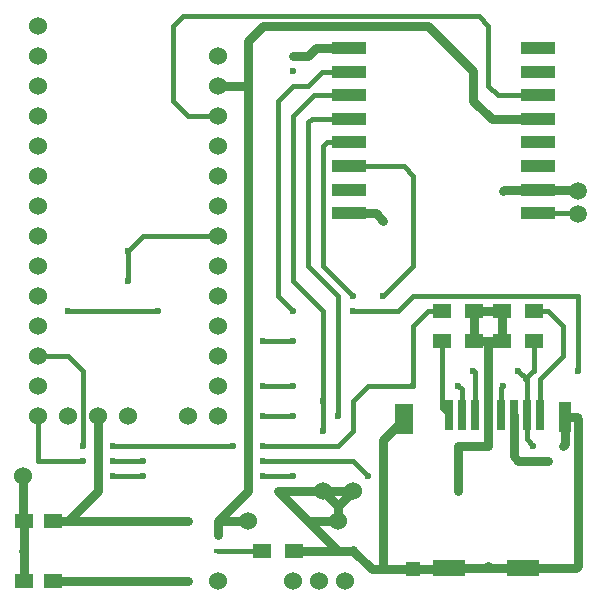
<source format=gtl>
G04 #@! TF.FileFunction,Copper,L1,Top,Signal*
%FSLAX46Y46*%
G04 Gerber Fmt 4.6, Leading zero omitted, Abs format (unit mm)*
G04 Created by KiCad (PCBNEW 4.0.2-stable) date Saturday, 16 July 2016 'pmt' 14:41:27*
%MOMM*%
G01*
G04 APERTURE LIST*
%ADD10C,0.100000*%
%ADD11C,1.500000*%
%ADD12R,0.800000X0.280000*%
%ADD13R,1.500000X1.250000*%
%ADD14R,0.700000X2.600000*%
%ADD15R,1.500000X2.600000*%
%ADD16R,1.000000X2.600000*%
%ADD17R,2.700000X1.400000*%
%ADD18R,1.200000X1.200000*%
%ADD19R,3.000000X1.100000*%
%ADD20R,1.500000X1.300000*%
%ADD21C,1.524000*%
%ADD22R,0.800000X0.400000*%
%ADD23C,0.600000*%
%ADD24C,0.800000*%
%ADD25C,0.400000*%
G04 APERTURE END LIST*
D10*
D11*
X95250000Y-38100000D03*
X95250000Y-40100000D03*
D12*
X94250000Y-38100000D03*
D13*
X50780000Y-71120000D03*
X48280000Y-71120000D03*
X50780000Y-66040000D03*
X48280000Y-66040000D03*
D14*
X84280000Y-57080000D03*
X85380000Y-57080000D03*
X86480000Y-57080000D03*
X87580000Y-57080000D03*
X88680000Y-57080000D03*
X89780000Y-57080000D03*
X90880000Y-57080000D03*
X91980000Y-57080000D03*
D15*
X80530000Y-57430000D03*
D16*
X94080000Y-57280000D03*
D17*
X84280000Y-70080000D03*
D18*
X81280000Y-70180000D03*
D17*
X90580000Y-70080000D03*
D19*
X75820000Y-26020000D03*
X75820000Y-28020000D03*
X75820000Y-30020000D03*
X75820000Y-32020000D03*
X75820000Y-34020000D03*
X75820000Y-36020000D03*
X75820000Y-38020000D03*
X75820000Y-40020000D03*
X91820000Y-40020000D03*
X91820000Y-38020000D03*
X91820000Y-36020000D03*
X91820000Y-34020000D03*
X91820000Y-32020000D03*
X91820000Y-30020000D03*
X91820000Y-28020000D03*
X91820000Y-26020000D03*
D20*
X68500000Y-68580000D03*
X71200000Y-68580000D03*
X86440000Y-50800000D03*
X83740000Y-50800000D03*
X86440000Y-48260000D03*
X83740000Y-48260000D03*
X88820000Y-50800000D03*
X91520000Y-50800000D03*
X88820000Y-48260000D03*
X91520000Y-48260000D03*
D21*
X49530000Y-24130000D03*
X49530000Y-26670000D03*
X49530000Y-29210000D03*
X49530000Y-31750000D03*
X49530000Y-34290000D03*
X49530000Y-36830000D03*
X49530000Y-39370000D03*
X49530000Y-41910000D03*
X49530000Y-44450000D03*
X49530000Y-46990000D03*
X49530000Y-49530000D03*
X49530000Y-52070000D03*
X49530000Y-54610000D03*
X49530000Y-57150000D03*
X64770000Y-57150000D03*
X64770000Y-54610000D03*
X64770000Y-52070000D03*
X64770000Y-49530000D03*
X64770000Y-46990000D03*
X64770000Y-44450000D03*
X64770000Y-41910000D03*
X64770000Y-39370000D03*
X64770000Y-36830000D03*
X64770000Y-34290000D03*
X64770000Y-31750000D03*
X64770000Y-29210000D03*
X54610000Y-57150000D03*
X62230000Y-57150000D03*
X64770000Y-26670000D03*
X57150000Y-57150000D03*
X52070000Y-57150000D03*
D22*
X64770000Y-67280000D03*
X64770000Y-68580000D03*
D21*
X48260000Y-62230000D03*
X74930000Y-66040000D03*
X73660000Y-63500000D03*
X76200000Y-63500000D03*
X75530000Y-71120000D03*
X73290000Y-71120000D03*
X67310000Y-66040000D03*
X71050000Y-71120000D03*
X64770000Y-71120000D03*
D23*
X71120000Y-27940000D03*
X93980000Y-59690000D03*
X95250000Y-60960000D03*
X92710000Y-60960000D03*
X87630000Y-69850000D03*
X88900000Y-38100000D03*
X78740000Y-40640000D03*
X48260000Y-68580000D03*
X69850000Y-63500000D03*
X72390000Y-26670000D03*
X71120000Y-26670000D03*
X62230000Y-71120000D03*
X85090000Y-63500000D03*
X67310000Y-45720000D03*
X67310000Y-33020000D03*
X85090000Y-59690000D03*
X62230000Y-66040000D03*
X64770000Y-66040000D03*
X87630000Y-52070000D03*
X53340000Y-59690000D03*
X55880000Y-59690000D03*
X66040000Y-59690000D03*
X68580000Y-59690000D03*
X81280000Y-54610000D03*
X85090000Y-54610000D03*
X73660000Y-55880000D03*
X73660000Y-58420000D03*
X71120000Y-62230000D03*
X68580000Y-62230000D03*
X58420000Y-62230000D03*
X55880000Y-62230000D03*
X86360000Y-53340000D03*
X74930000Y-57150000D03*
X88900000Y-54610000D03*
X71120000Y-57150000D03*
X68580000Y-57150000D03*
X95250000Y-53340000D03*
X90170000Y-53340000D03*
X71120000Y-48260000D03*
X76200000Y-48260000D03*
X77470000Y-62230000D03*
X91440000Y-59690000D03*
X68580000Y-60960000D03*
X58420000Y-60960000D03*
X55880000Y-60960000D03*
X53340000Y-60960000D03*
X52070000Y-48260000D03*
X59690000Y-48260000D03*
X68580000Y-50800000D03*
X71120000Y-50800000D03*
X76200000Y-46990000D03*
X68580000Y-54610000D03*
X71120000Y-54610000D03*
X78740000Y-46990000D03*
X57150000Y-43180000D03*
X57150000Y-45720000D03*
D24*
X94080000Y-57280000D02*
X94080000Y-59590000D01*
X94080000Y-59590000D02*
X93980000Y-59690000D01*
X90170000Y-60960000D02*
X92710000Y-60960000D01*
X89780000Y-60570000D02*
X90170000Y-60960000D01*
X89780000Y-57080000D02*
X89780000Y-60570000D01*
X74930000Y-66040000D02*
X74930000Y-64770000D01*
X74930000Y-64770000D02*
X73660000Y-63500000D01*
X74930000Y-64770000D02*
X76200000Y-63500000D01*
X73660000Y-63500000D02*
X76200000Y-63500000D01*
X73660000Y-63500000D02*
X69850000Y-63500000D01*
X69850000Y-63500000D02*
X72390000Y-66040000D01*
X72390000Y-66040000D02*
X74930000Y-66040000D01*
X48260000Y-62230000D02*
X48260000Y-66020000D01*
X48260000Y-66020000D02*
X48280000Y-66040000D01*
X71120000Y-68660000D02*
X71200000Y-68580000D01*
X87630000Y-69850000D02*
X87630000Y-70080000D01*
X87630000Y-70080000D02*
X87630000Y-69850000D01*
X87630000Y-69850000D02*
X87630000Y-70080000D01*
X91820000Y-38020000D02*
X95170000Y-38020000D01*
X95170000Y-38020000D02*
X95250000Y-38100000D01*
X91820000Y-38020000D02*
X88980000Y-38020000D01*
X88980000Y-38020000D02*
X88900000Y-38100000D01*
X75820000Y-40020000D02*
X78120000Y-40020000D01*
X78120000Y-40020000D02*
X78740000Y-40640000D01*
X75820000Y-26020000D02*
X73040000Y-26020000D01*
X73040000Y-26020000D02*
X72390000Y-26670000D01*
X71200000Y-68580000D02*
X74930000Y-68580000D01*
X48260000Y-68580000D02*
X48280000Y-68580000D01*
X48280000Y-68580000D02*
X48260000Y-68580000D01*
X48260000Y-68580000D02*
X48280000Y-68580000D01*
X48280000Y-66040000D02*
X48280000Y-68580000D01*
X48280000Y-68580000D02*
X48280000Y-71120000D01*
X76200000Y-68580000D02*
X74930000Y-68580000D01*
X74930000Y-68580000D02*
X69850000Y-63500000D01*
X94080000Y-57280000D02*
X95120000Y-57280000D01*
X95250000Y-57410000D02*
X95250000Y-60960000D01*
X95120000Y-57280000D02*
X95250000Y-57410000D01*
X95020000Y-70080000D02*
X90580000Y-70080000D01*
X95250000Y-69850000D02*
X95020000Y-70080000D01*
X95250000Y-60960000D02*
X95250000Y-69850000D01*
X78740000Y-70180000D02*
X78740000Y-59220000D01*
X78740000Y-59220000D02*
X80530000Y-57430000D01*
X77800000Y-70180000D02*
X78740000Y-70180000D01*
X78740000Y-70180000D02*
X84180000Y-70180000D01*
X76180000Y-68560000D02*
X76200000Y-68580000D01*
X76200000Y-68580000D02*
X77800000Y-70180000D01*
X84180000Y-70180000D02*
X84280000Y-70080000D01*
X84280000Y-70080000D02*
X87630000Y-70080000D01*
X87630000Y-70080000D02*
X90580000Y-70080000D01*
X91740000Y-38100000D02*
X91820000Y-38020000D01*
X71120000Y-26670000D02*
X72390000Y-26670000D01*
X50780000Y-71120000D02*
X62230000Y-71120000D01*
X85090000Y-63500000D02*
X85090000Y-59690000D01*
X67310000Y-66040000D02*
X64770000Y-66040000D01*
X67310000Y-29210000D02*
X67310000Y-33020000D01*
X87580000Y-59640000D02*
X87580000Y-57080000D01*
X87630000Y-59690000D02*
X87580000Y-59640000D01*
X85090000Y-59690000D02*
X87630000Y-59690000D01*
X50780000Y-66040000D02*
X52070000Y-66040000D01*
X54610000Y-63500000D02*
X54610000Y-57150000D01*
X52070000Y-66040000D02*
X54610000Y-63500000D01*
X64770000Y-67280000D02*
X64770000Y-66040000D01*
X50780000Y-66040000D02*
X62230000Y-66040000D01*
X87630000Y-50800000D02*
X87630000Y-52070000D01*
X87630000Y-52070000D02*
X87630000Y-57030000D01*
X87630000Y-57030000D02*
X87580000Y-57080000D01*
X86440000Y-48260000D02*
X88820000Y-48260000D01*
X88820000Y-48260000D02*
X88820000Y-50800000D01*
X88820000Y-50800000D02*
X87630000Y-50800000D01*
X87630000Y-50800000D02*
X86440000Y-50800000D01*
X86440000Y-50800000D02*
X86440000Y-48260000D01*
X64770000Y-29210000D02*
X67310000Y-29210000D01*
X91820000Y-32020000D02*
X87900000Y-32020000D01*
X87900000Y-32020000D02*
X86360000Y-30480000D01*
X86360000Y-30480000D02*
X86360000Y-27940000D01*
X86360000Y-27940000D02*
X82550000Y-24130000D01*
X82550000Y-24130000D02*
X68580000Y-24130000D01*
X68580000Y-24130000D02*
X67310000Y-25400000D01*
X67310000Y-25400000D02*
X67310000Y-29210000D01*
X67310000Y-63500000D02*
X64770000Y-66040000D01*
X67310000Y-45720000D02*
X67310000Y-63500000D01*
X64770000Y-66040000D02*
X64750000Y-66060000D01*
X67310000Y-33020000D02*
X67310000Y-45720000D01*
D25*
X64770000Y-68580000D02*
X68500000Y-68580000D01*
X83740000Y-50800000D02*
X83740000Y-56540000D01*
X83740000Y-56540000D02*
X84280000Y-57080000D01*
X72390000Y-59690000D02*
X74930000Y-59690000D01*
X52070000Y-52070000D02*
X53340000Y-53340000D01*
X53340000Y-53340000D02*
X53340000Y-59690000D01*
X55880000Y-59690000D02*
X66040000Y-59690000D01*
X68580000Y-59690000D02*
X72390000Y-59690000D01*
X76200000Y-55880000D02*
X77470000Y-54610000D01*
X81280000Y-54610000D02*
X77470000Y-54610000D01*
X52070000Y-52070000D02*
X49530000Y-52070000D01*
X76200000Y-58420000D02*
X76200000Y-55880000D01*
X74930000Y-59690000D02*
X76200000Y-58420000D01*
X83740000Y-48260000D02*
X82550000Y-48260000D01*
X82550000Y-48260000D02*
X81280000Y-49530000D01*
X81280000Y-49530000D02*
X81280000Y-54610000D01*
X85090000Y-54610000D02*
X85380000Y-54900000D01*
X85380000Y-54900000D02*
X85380000Y-57080000D01*
X73660000Y-48260000D02*
X71120000Y-45720000D01*
X73660000Y-54610000D02*
X73660000Y-48260000D01*
X71120000Y-45720000D02*
X71120000Y-31750000D01*
X73660000Y-55880000D02*
X73660000Y-54610000D01*
X72850000Y-30020000D02*
X75820000Y-30020000D01*
X71120000Y-31750000D02*
X72850000Y-30020000D01*
X73660000Y-58420000D02*
X73660000Y-55880000D01*
X68580000Y-62230000D02*
X71120000Y-62230000D01*
X55880000Y-62230000D02*
X58420000Y-62230000D01*
X86480000Y-53460000D02*
X86480000Y-57080000D01*
X86360000Y-53340000D02*
X86480000Y-53460000D01*
X75820000Y-32020000D02*
X72660000Y-32020000D01*
X74930000Y-46990000D02*
X74930000Y-57150000D01*
X72390000Y-44450000D02*
X74930000Y-46990000D01*
X72390000Y-32290000D02*
X72390000Y-44450000D01*
X72660000Y-32020000D02*
X72390000Y-32290000D01*
X88680000Y-54830000D02*
X88900000Y-54610000D01*
X71120000Y-57150000D02*
X68580000Y-57150000D01*
X88680000Y-54830000D02*
X88680000Y-57080000D01*
X76200000Y-48260000D02*
X80010000Y-48260000D01*
X95250000Y-46990000D02*
X95250000Y-53340000D01*
X90170000Y-53340000D02*
X90880000Y-54050000D01*
X90730000Y-54050000D02*
X90880000Y-54050000D01*
X69850000Y-46990000D02*
X71120000Y-48260000D01*
X69850000Y-30480000D02*
X69850000Y-46990000D01*
X71120000Y-29210000D02*
X69850000Y-30480000D01*
X72390000Y-29210000D02*
X71120000Y-29210000D01*
X73580000Y-28020000D02*
X72390000Y-29210000D01*
X73580000Y-28020000D02*
X75820000Y-28020000D01*
X81280000Y-46990000D02*
X95250000Y-46990000D01*
X80010000Y-48260000D02*
X81280000Y-46990000D01*
X68580000Y-60960000D02*
X76200000Y-60960000D01*
X76200000Y-60960000D02*
X77470000Y-62230000D01*
X49530000Y-57150000D02*
X49530000Y-60960000D01*
X90880000Y-59130000D02*
X90880000Y-57080000D01*
X91440000Y-59690000D02*
X90880000Y-59130000D01*
X55880000Y-60960000D02*
X58420000Y-60960000D01*
X50800000Y-60960000D02*
X53340000Y-60960000D01*
X49530000Y-60960000D02*
X50800000Y-60960000D01*
X91520000Y-50800000D02*
X91520000Y-53340000D01*
X91520000Y-53340000D02*
X91520000Y-53260000D01*
X91520000Y-53260000D02*
X90880000Y-53900000D01*
X90880000Y-53900000D02*
X90880000Y-57080000D01*
X91520000Y-48260000D02*
X92710000Y-48260000D01*
X91980000Y-54070000D02*
X91980000Y-57080000D01*
X93980000Y-52070000D02*
X91980000Y-54070000D01*
X93980000Y-49530000D02*
X93980000Y-52070000D01*
X92710000Y-48260000D02*
X93980000Y-49530000D01*
X75820000Y-34020000D02*
X73930000Y-34020000D01*
X59690000Y-48260000D02*
X52070000Y-48260000D01*
X71120000Y-50800000D02*
X68580000Y-50800000D01*
X73660000Y-44450000D02*
X76200000Y-46990000D01*
X73660000Y-34290000D02*
X73660000Y-44450000D01*
X73930000Y-34020000D02*
X73660000Y-34290000D01*
X75820000Y-36020000D02*
X80470000Y-36020000D01*
X81280000Y-36830000D02*
X80470000Y-36020000D01*
X81280000Y-41910000D02*
X81280000Y-36830000D01*
X68580000Y-54610000D02*
X71120000Y-54610000D01*
X81280000Y-44450000D02*
X81280000Y-41910000D01*
X78740000Y-46990000D02*
X81280000Y-44450000D01*
X75820000Y-36020000D02*
X78280000Y-36020000D01*
X91820000Y-40020000D02*
X95170000Y-40020000D01*
X95170000Y-40020000D02*
X95250000Y-40100000D01*
X91820000Y-30020000D02*
X88440000Y-30020000D01*
X62230000Y-31750000D02*
X64770000Y-31750000D01*
X60960000Y-30480000D02*
X62230000Y-31750000D01*
X60960000Y-24130000D02*
X60960000Y-30480000D01*
X61760002Y-23329998D02*
X60960000Y-24130000D01*
X86829998Y-23329998D02*
X61760002Y-23329998D01*
X87630000Y-24130000D02*
X86829998Y-23329998D01*
X87630000Y-27940000D02*
X87630000Y-24130000D01*
X87630000Y-29210000D02*
X87630000Y-27940000D01*
X88440000Y-30020000D02*
X87630000Y-29210000D01*
X58420000Y-41910000D02*
X64770000Y-41910000D01*
X57150000Y-43180000D02*
X58420000Y-41910000D01*
X57150000Y-45720000D02*
X57150000Y-43180000D01*
M02*

</source>
